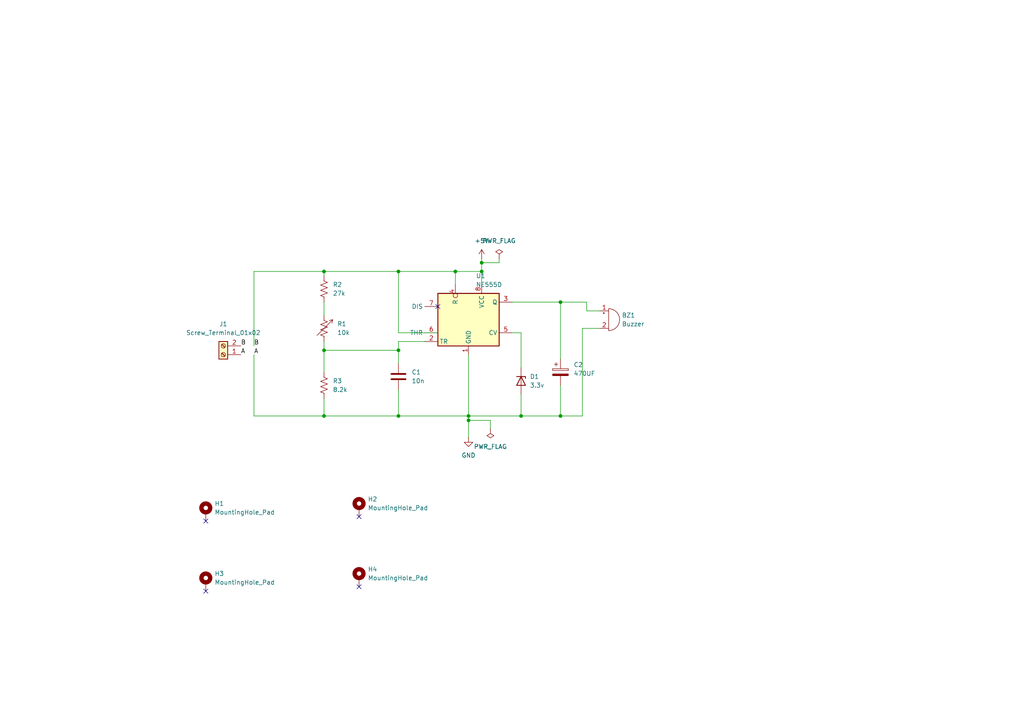
<source format=kicad_sch>
(kicad_sch (version 20250114) (generator "eeschema") (generator_version "9.0")
  (paper "A4")
  (lib_symbols
    (symbol "Connector:Screw_Terminal_01x02" (pin_names (offset 1.016) (hide yes))
      (property "Reference" "J" (at 0 2.54 0))
      (property "Value" "Screw_Terminal_01x02" (at 0 -5.08 0))
      (symbol "Screw_Terminal_01x02_1_1"
        (rectangle (start -1.27 1.27) (end 1.27 -3.81) (stroke (width 0.254)) (fill (type background)))
        (polyline (pts (xy -0.5334 0.3302) (xy 0.3302 -0.508)) (stroke (width 0.1524)))
        (polyline (pts (xy -0.5334 -2.2098) (xy 0.3302 -3.048)) (stroke (width 0.1524)))
        (polyline (pts (xy -0.3556 0.508) (xy 0.508 -0.3302)) (stroke (width 0.1524)))
        (polyline (pts (xy -0.3556 -2.032) (xy 0.508 -2.8702)) (stroke (width 0.1524)))
        (circle (center 0 0) (radius 0.635) (stroke (width 0.1524)))
        (circle (center 0 -2.54) (radius 0.635) (stroke (width 0.1524)))
        (pin passive line (at -5.08 0 0) (length 3.81) (name "Pin_1") (number "1"))
        (pin passive line (at -5.08 -2.54 0) (length 3.81) (name "Pin_2") (number "2"))
      )
    )
    (symbol "Device:Buzzer" (pin_names (offset 0.0254) (hide yes))
      (property "Reference" "BZ" (at 3.81 1.27 0))
      (property "Value" "Buzzer" (at 3.81 -1.27 0))
      (symbol "Buzzer_0_1"
        (polyline (pts (xy -1.651 1.905) (xy -1.143 1.905)))
        (polyline (pts (xy -1.397 2.159) (xy -1.397 1.651)))
        (arc (start 0 3.175) (mid 3.1612 0) (end 0 -3.175))
        (polyline (pts (xy 0 3.175) (xy 0 -3.175)))
      )
      (symbol "Buzzer_1_1"
        (pin passive line (at -2.54 2.54 0) (length 2.54) (name "+") (number "1"))
        (pin passive line (at -2.54 -2.54 0) (length 2.54) (name "-") (number "2"))
      )
    )
    (symbol "Device:C" (pin_numbers (hide yes)) (pin_names (offset 0.254))
      (property "Reference" "C" (at 0.635 2.54 0))
      (property "Value" "C" (at 0.635 -2.54 0))
      (symbol "C_0_1"
        (polyline (pts (xy -2.032 0.762) (xy 2.032 0.762)) (stroke (width 0.508)))
        (polyline (pts (xy -2.032 -0.762) (xy 2.032 -0.762)) (stroke (width 0.508)))
      )
      (symbol "C_1_1"
        (pin passive line (at 0 3.81 270) (length 2.794) (name "~") (number "1"))
        (pin passive line (at 0 -3.81 90) (length 2.794) (name "~") (number "2"))
      )
    )
    (symbol "Device:C_Polarized" (pin_numbers (hide yes)) (pin_names (offset 0.254))
      (property "Reference" "C" (at 0.635 2.54 0))
      (property "Value" "C_Polarized" (at 0.635 -2.54 0))
      (symbol "C_Polarized_0_1"
        (rectangle (start -2.286 0.508) (end 2.286 1.016))
        (polyline (pts (xy -1.778 2.286) (xy -0.762 2.286)))
        (polyline (pts (xy -1.27 2.794) (xy -1.27 1.778)))
        (rectangle (start 2.286 -0.508) (end -2.286 -1.016) (fill (type outline)))
      )
      (symbol "C_Polarized_1_1"
        (pin passive line (at 0 3.81 270) (length 2.794) (name "~") (number "1"))
        (pin passive line (at 0 -3.81 90) (length 2.794) (name "~") (number "2"))
      )
    )
    (symbol "Device:R_US" (pin_numbers (hide yes)) (pin_names (offset 0))
      (property "Reference" "R" (at 2.54 0 90))
      (property "Value" "R_US" (at -2.54 0 90))
      (symbol "R_US_0_1"
        (polyline (pts (xy 0 2.286) (xy 0 2.54)))
        (polyline (pts (xy 0 2.286) (xy 1.016 1.905) (xy 0 1.524) (xy -1.016 1.143) (xy 0 0.762)))
        (polyline (pts (xy 0 0.762) (xy 1.016 0.381) (xy 0 0) (xy -1.016 -0.381) (xy 0 -0.762)))
        (polyline (pts (xy 0 -0.762) (xy 1.016 -1.143) (xy 0 -1.524) (xy -1.016 -1.905) (xy 0 -2.286)))
        (polyline (pts (xy 0 -2.286) (xy 0 -2.54)))
      )
      (symbol "R_US_1_1"
        (pin passive line (at 0 3.81 270) (length 1.27) (name "~") (number "1"))
        (pin passive line (at 0 -3.81 90) (length 1.27) (name "~") (number "2"))
      )
    )
    (symbol "Device:R_Variable_US" (pin_numbers (hide yes)) (pin_names (offset 0))
      (property "Reference" "R" (at 2.54 -2.54 90))
      (property "Value" "R_Variable_US" (at -2.54 -1.27 90))
      (symbol "R_Variable_US_0_1"
        (polyline (pts (xy 0 2.286) (xy 0 2.54)))
        (polyline (pts (xy 0 2.286) (xy 1.016 1.905) (xy 0 1.524) (xy -1.016 1.143) (xy 0 0.762)) (stroke (width 0.1524)))
        (polyline (pts (xy 0 0.762) (xy 1.016 0.381) (xy 0 0) (xy -1.016 -0.381) (xy 0 -0.762)))
        (polyline (pts (xy 0 -0.762) (xy 1.016 -1.143) (xy 0 -1.524) (xy -1.016 -1.905) (xy 0 -2.286)))
        (polyline (pts (xy 0 -2.286) (xy 0 -2.54)))
        (polyline (pts (xy 2.286 1.524) (xy 2.54 2.54) (xy 1.524 2.286) (xy 2.54 2.54) (xy -2.032 -2.032)) (stroke (width 0.1524)))
      )
      (symbol "R_Variable_US_1_1"
        (pin passive line (at 0 3.81 270) (length 1.27) (name "~") (number "1"))
        (pin passive line (at 0 -3.81 90) (length 1.27) (name "~") (number "2"))
      )
    )
    (symbol "Diode:ZPDxx" (pin_numbers (hide yes)) (pin_names (hide yes))
      (property "Reference" "D" (at 0 2.54 0))
      (property "Value" "ZPDxx" (at 0 -2.54 0))
      (symbol "ZPDxx_0_1"
        (polyline (pts (xy -1.27 -1.27) (xy -1.27 1.27) (xy -0.762 1.27)) (stroke (width 0.254)))
        (polyline (pts (xy 1.27 0) (xy -1.27 0)))
        (polyline (pts (xy 1.27 -1.27) (xy 1.27 1.27) (xy -1.27 0) (xy 1.27 -1.27)) (stroke (width 0.254)))
      )
      (symbol "ZPDxx_1_1"
        (pin passive line (at -3.81 0 0) (length 2.54) (name "K") (number "1"))
        (pin passive line (at 3.81 0 180) (length 2.54) (name "A") (number "2"))
      )
    )
    (symbol "Mechanical:MountingHole_Pad" (pin_numbers (hide yes)) (pin_names (offset 1.016) (hide yes)) (in_bom no)
      (property "Reference" "H" (at 0 6.35 0))
      (property "Value" "MountingHole_Pad" (at 0 4.445 0))
      (symbol "MountingHole_Pad_0_1"
        (circle (center 0 1.27) (radius 1.27) (stroke (width 1.27)))
      )
      (symbol "MountingHole_Pad_1_1"
        (pin input line (at 0 -2.54 90) (length 2.54) (name "1") (number "1"))
      )
    )
    (symbol "Timer:NE555D"
      (property "Reference" "U1" (at 2.1433 12.7 0))
      (property "Value" "NE555D" (at 2.1433 10.16 0))
      (symbol "NE555D_0_0"
        (pin power_in line (at 0 -10.16 90) (length 2.54) (name "GND") (number "1"))
        (pin power_in line (at 3.81 10.16 270) (length 2.54) (name "VCC") (number "8"))
      )
      (symbol "NE555D_0_1"
        (rectangle (start -8.89 -7.62) (end 8.89 7.62) (stroke (width 0.254)) (fill (type background)))
        (rectangle (start -8.89 -7.62) (end 8.89 7.62) (stroke (width 0.254)) (fill (type background)))
      )
      (symbol "NE555D_1_1"
        (pin input line (at -12.7 -6.35 0) (length 3.81) (name "TR") (number "2"))
        (pin input line (at -8.89 3.81 180) (length 3.81) (name "DIS") (number "7"))
        (pin input line (at -8.89 -3.81 180) (length 3.81) (name "THR") (number "6"))
        (pin input inverted (at -3.81 10.16 270) (length 3.81) (name "R") (number "4"))
        (pin output line (at 12.7 5.08 180) (length 3.81) (name "Q") (number "3"))
        (pin input line (at 12.7 -3.81 180) (length 3.81) (name "CV") (number "5"))
      )
    )
    (symbol "power:+5V" (power) (pin_numbers (hide yes)) (pin_names (offset 0) (hide yes))
      (property "Value" "+5V" (at 0 3.556 0))
      (symbol "+5V_0_1"
        (polyline (pts (xy -0.762 1.27) (xy 0 2.54)))
        (polyline (pts (xy 0 2.54) (xy 0.762 1.27)))
        (polyline (pts (xy 0 0) (xy 0 2.54)))
      )
      (symbol "+5V_1_1"
        (pin power_in line (at 0 0 90) (length 0) (name "~") (number "1"))
      )
    )
    (symbol "power:GND" (power) (pin_numbers (hide yes)) (pin_names (offset 0) (hide yes))
      (property "Value" "GND" (at 0 -3.81 0))
      (symbol "GND_0_1"
        (polyline (pts (xy 0 0) (xy 0 -1.27) (xy 1.27 -1.27) (xy 0 -2.54) (xy -1.27 -1.27) (xy 0 -1.27)))
      )
      (symbol "GND_1_1"
        (pin power_in line (at 0 0 270) (length 0) (name "~") (number "1"))
      )
    )
    (symbol "power:PWR_FLAG" (power) (pin_numbers (hide yes)) (pin_names (offset 0) (hide yes))
      (property "Value" "PWR_FLAG" (at 0 3.81 0))
      (symbol "PWR_FLAG_0_0"
        (pin power_out line (at 0 0 90) (length 0) (name "~") (number "1"))
      )
      (symbol "PWR_FLAG_0_1"
        (polyline (pts (xy 0 0) (xy 0 1.27) (xy -1.016 1.905) (xy 0 2.54) (xy 1.016 1.905) (xy 0 1.27)))
      )
    )
  )
  (junction (at 93.98 120.65))
  (junction (at 115.57 101.6))
  (junction (at 115.57 120.65))
  (junction (at 93.98 78.74))
  (junction (at 115.57 78.74))
  (junction (at 93.98 101.6))
  (junction (at 139.7 78.74))
  (junction (at 132.08 78.74))
  (junction (at 135.89 121.92))
  (junction (at 162.56 120.65))
  (junction (at 135.89 120.65))
  (junction (at 151.13 120.65))
  (junction (at 162.56 87.63))
  (junction (at 139.7 76.2))
  (no_connect (at 104.14 149.86))
  (no_connect (at 59.69 151.13))
  (no_connect (at 104.14 170.18))
  (no_connect (at 59.69 171.45))
  (no_connect (at 127 88.9))
  (wire (pts (xy 115.57 78.74) (xy 115.57 96.52)))
  (wire (pts (xy 162.56 87.63) (xy 170.18 87.63)))
  (wire (pts (xy 139.7 76.2) (xy 139.7 78.74)))
  (wire (pts (xy 93.98 101.6) (xy 93.98 107.95)))
  (wire (pts (xy 115.57 101.6) (xy 93.98 101.6)))
  (wire (pts (xy 170.18 90.17) (xy 170.18 87.63)))
  (wire (pts (xy 144.78 74.93) (xy 144.78 76.2)))
  (wire (pts (xy 115.57 96.52) (xy 127 96.52)))
  (wire (pts (xy 93.98 120.65) (xy 115.57 120.65)))
  (wire (pts (xy 151.13 120.65) (xy 162.56 120.65)))
  (wire (pts (xy 115.57 78.74) (xy 132.08 78.74)))
  (wire (pts (xy 135.89 121.92) (xy 142.24 121.92)))
  (wire (pts (xy 93.98 87.63) (xy 93.98 91.44)))
  (wire (pts (xy 151.13 96.52) (xy 151.13 106.68)))
  (wire (pts (xy 139.7 76.2) (xy 144.78 76.2)))
  (wire (pts (xy 115.57 101.6) (xy 115.57 105.41)))
  (wire (pts (xy 139.7 82.55) (xy 139.7 78.74)))
  (wire (pts (xy 115.57 99.06) (xy 115.57 101.6)))
  (wire (pts (xy 162.56 87.63) (xy 162.56 104.14)))
  (wire (pts (xy 135.89 102.87) (xy 135.89 120.65)))
  (wire (pts (xy 73.66 78.74) (xy 73.66 100.33)))
  (wire (pts (xy 148.59 87.63) (xy 162.56 87.63)))
  (wire (pts (xy 135.89 121.92) (xy 135.89 127)))
  (wire (pts (xy 93.98 78.74) (xy 73.66 78.74)))
  (wire (pts (xy 93.98 115.57) (xy 93.98 120.65)))
  (wire (pts (xy 115.57 120.65) (xy 135.89 120.65)))
  (wire (pts (xy 151.13 114.3) (xy 151.13 120.65)))
  (wire (pts (xy 73.66 120.65) (xy 93.98 120.65)))
  (wire (pts (xy 123.19 99.06) (xy 115.57 99.06)))
  (wire (pts (xy 73.66 120.65) (xy 73.66 102.87)))
  (wire (pts (xy 93.98 78.74) (xy 93.98 80.01)))
  (wire (pts (xy 168.91 95.25) (xy 168.91 120.65)))
  (wire (pts (xy 115.57 113.03) (xy 115.57 120.65)))
  (wire (pts (xy 135.89 120.65) (xy 151.13 120.65)))
  (wire (pts (xy 173.99 95.25) (xy 168.91 95.25)))
  (wire (pts (xy 135.89 120.65) (xy 135.89 121.92)))
  (wire (pts (xy 132.08 82.55) (xy 132.08 78.74)))
  (wire (pts (xy 132.08 78.74) (xy 139.7 78.74)))
  (wire (pts (xy 93.98 78.74) (xy 115.57 78.74)))
  (wire (pts (xy 139.7 74.93) (xy 139.7 76.2)))
  (wire (pts (xy 93.98 99.06) (xy 93.98 101.6)))
  (wire (pts (xy 162.56 120.65) (xy 168.91 120.65)))
  (wire (pts (xy 142.24 124.46) (xy 142.24 121.92)))
  (wire (pts (xy 162.56 111.76) (xy 162.56 120.65)))
  (wire (pts (xy 173.99 90.17) (xy 170.18 90.17)))
  (wire (pts (xy 148.59 96.52) (xy 151.13 96.52)))
  (label "A" (at 73.66 102.87 0))
  (label "B" (at 69.85 100.33 0))
  (label "B" (at 73.66 100.33 0))
  (label "A" (at 69.85 102.87 0))
  (symbol (lib_id "Device:R_US") (at 93.98 83.82 0) (unit 1)
    (property "Reference" "R2" (at 96.52 82.5499 0) (effects (justify left)))
    (property "Value" "27k" (at 96.52 85.0899 0) (effects (justify left)))
    (property "Footprint" "Resistor_THT:R_Axial_DIN0414_L11.9mm_D4.5mm_P25.40mm_Horizontal" (effects (hide yes)))
    (property "Description" "Resistor, US symbol" (effects (hide yes)))
  )
  (symbol (lib_id "Connector:Screw_Terminal_01x02") (at 64.77 102.87 180) (unit 1)
    (property "Reference" "J1" (at 64.77 93.98 0))
    (property "Value" "Screw_Terminal_01x02" (at 64.77 96.52 0))
    (property "Footprint" "TerminalBlock_Phoenix:TerminalBlock_Phoenix_MKDS-1,5-2-5.08_1x02_P5.08mm_Horizontal" (effects (hide yes)))
    (property "Description" "Generic screw terminal, single row, 01x02, script generated (kicad-library-utils/schlib/autogen/connector/)" (effects (hide yes)))
  )
  (symbol (lib_id "Device:Buzzer") (at 176.53 92.71 0) (unit 1)
    (property "Reference" "BZ1" (at 180.34 91.4399 0) (effects (justify left)))
    (property "Value" "Buzzer" (at 180.34 93.9799 0) (effects (justify left)))
    (property "Footprint" "Buzzer_Beeper:Indicator_PUI_AI-1440-TWT-24V-2-R" (effects (hide yes)))
    (property "Description" "Buzzer, polarized" (effects (hide yes)))
  )
  (symbol (lib_id "power:GND") (at 135.89 127 0) (unit 1)
    (property "Reference" "#PWR03" (effects (hide yes)))
    (property "Value" "GND" (at 135.89 132.08 0))
    (property "Description" "Power symbol creates a global label with name \"GND\" , ground" (effects (hide yes)))
  )
  (symbol (lib_id "power:PWR_FLAG") (at 142.24 124.46 180) (unit 1)
    (property "Reference" "#FLG02" (effects (hide yes)))
    (property "Value" "PWR_FLAG" (at 142.24 129.54 0))
    (property "Description" "Special symbol for telling ERC where power comes from" (effects (hide yes)))
  )
  (symbol (lib_id "Mechanical:MountingHole_Pad") (at 59.69 148.59 0) (unit 1) (in_bom no)
    (property "Reference" "H1" (at 62.23 146.0499 0) (effects (justify left)))
    (property "Value" "MountingHole_Pad" (at 62.23 148.5899 0) (effects (justify left)))
    (property "Footprint" "MountingHole:MountingHole_2.5mm_Pad_Via" (effects (hide yes)))
    (property "Description" "Mounting Hole with connection" (effects (hide yes)))
  )
  (symbol (lib_id "Device:R_US") (at 93.98 111.76 0) (unit 1)
    (property "Reference" "R3" (at 96.52 110.4899 0) (effects (justify left)))
    (property "Value" "8.2k" (at 96.52 113.0299 0) (effects (justify left)))
    (property "Footprint" "Resistor_THT:R_Axial_DIN0414_L11.9mm_D4.5mm_P25.40mm_Horizontal" (effects (hide yes)))
    (property "Description" "Resistor, US symbol" (effects (hide yes)))
  )
  (symbol (lib_id "Device:R_Variable_US") (at 93.98 95.25 0) (unit 1)
    (property "Reference" "R1" (at 97.79 93.9418 0) (effects (justify left)))
    (property "Value" "10k" (at 97.79 96.4818 0) (effects (justify left)))
    (property "Footprint" "Resistor_THT:R_Box_L14.0mm_W5.0mm_P9.00mm" (effects (hide yes)))
    (property "Description" "Variable resistor, US symbol" (effects (hide yes)))
  )
  (symbol (lib_id "power:PWR_FLAG") (at 144.78 74.93 0) (unit 1)
    (property "Reference" "#FLG01" (effects (hide yes)))
    (property "Value" "PWR_FLAG" (at 144.78 69.85 0))
    (property "Description" "Special symbol for telling ERC where power comes from" (effects (hide yes)))
  )
  (symbol (lib_id "Device:C") (at 115.57 109.22 0) (unit 1)
    (property "Reference" "C1" (at 119.38 107.9499 0) (effects (justify left)))
    (property "Value" "10n" (at 119.38 110.4899 0) (effects (justify left)))
    (property "Footprint" "Capacitor_THT:C_Disc_D8.0mm_W5.0mm_P5.00mm" (effects (hide yes)))
    (property "Description" "Unpolarized capacitor" (effects (hide yes)))
  )
  (symbol (lib_id "Mechanical:MountingHole_Pad") (at 104.14 167.64 0) (unit 1) (in_bom no)
    (property "Reference" "H4" (at 106.68 165.0999 0) (effects (justify left)))
    (property "Value" "MountingHole_Pad" (at 106.68 167.6399 0) (effects (justify left)))
    (property "Footprint" "MountingHole:MountingHole_2.5mm_Pad_Via" (effects (hide yes)))
    (property "Description" "Mounting Hole with connection" (effects (hide yes)))
  )
  (symbol (lib_id "Timer:NE555D") (at 135.89 92.71 0) (unit 1)
    (property "Reference" "U1" (at 138.0333 80.01 0) (effects (justify left)))
    (property "Value" "NE555D" (at 138.0333 82.55 0) (effects (justify left)))
    (property "Footprint" "Package_SO:SOIC-8_3.9x4.9mm_P1.27mm" (effects (hide yes)))
    (property "Datasheet" "http://www.ti.com/lit/ds/symlink/ne555.pdf" (effects (hide yes)))
    (property "Description" "Precision Timers, 555 compatible, SOIC-8" (effects (hide yes)))
  )
  (symbol (lib_id "Diode:ZPDxx") (at 151.13 110.49 270) (unit 1)
    (property "Reference" "D1" (at 153.67 109.2199 90) (effects (justify left)))
    (property "Value" "3.3v" (at 153.67 111.7599 90) (effects (justify left)))
    (property "Footprint" "Diode_THT:D_DO-35_SOD27_P10.16mm_Horizontal" (effects (hide yes)))
    (property "Datasheet" "http://diotec.com/tl_files/diotec/files/pdf/datasheets/zpd1" (effects (hide yes)))
    (property "Description" "500mW Zener Diode, DO-35" (effects (hide yes)))
  )
  (symbol (lib_id "power:+5V") (at 139.7 74.93 0) (unit 1)
    (property "Reference" "#PWR01" (effects (hide yes)))
    (property "Value" "+5V" (at 139.7 69.85 0))
    (property "Description" "Power symbol creates a global label with name \"+5V\"" (effects (hide yes)))
  )
  (symbol (lib_id "Device:C_Polarized") (at 162.56 107.95 0) (unit 1)
    (property "Reference" "C2" (at 166.37 105.7909 0) (effects (justify left)))
    (property "Value" "470UF" (at 166.37 108.3309 0) (effects (justify left)))
    (property "Footprint" "Capacitor_THT:CP_Radial_D16.0mm_P7.50mm" (effects (hide yes)))
    (property "Description" "Polarized capacitor" (effects (hide yes)))
  )
  (symbol (lib_id "Mechanical:MountingHole_Pad") (at 59.69 168.91 0) (unit 1) (in_bom no)
    (property "Reference" "H3" (at 62.23 166.3699 0) (effects (justify left)))
    (property "Value" "MountingHole_Pad" (at 62.23 168.9099 0) (effects (justify left)))
    (property "Footprint" "MountingHole:MountingHole_2.5mm_Pad_Via" (effects (hide yes)))
    (property "Description" "Mounting Hole with connection" (effects (hide yes)))
  )
  (symbol (lib_id "Mechanical:MountingHole_Pad") (at 104.14 147.32 0) (unit 1) (in_bom no)
    (property "Reference" "H2" (at 106.68 144.7799 0) (effects (justify left)))
    (property "Value" "MountingHole_Pad" (at 106.68 147.3199 0) (effects (justify left)))
    (property "Footprint" "MountingHole:MountingHole_2.5mm_Pad_Via" (effects (hide yes)))
    (property "Description" "Mounting Hole with connection" (effects (hide yes)))
  )
)
</source>
